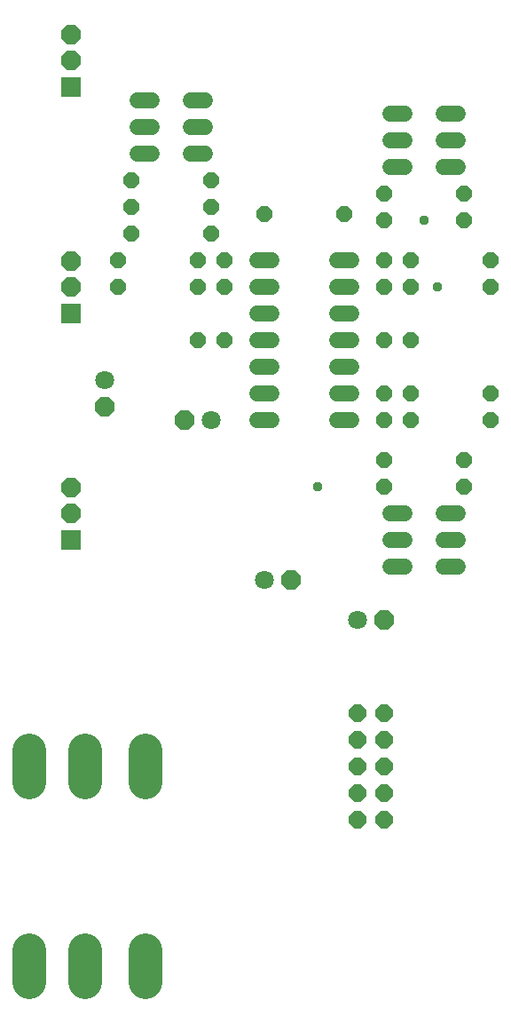
<source format=gbs>
G04 EAGLE Gerber RS-274X export*
G75*
%MOMM*%
%FSLAX34Y34*%
%LPD*%
%INSoldermask Bottom*%
%IPPOS*%
%AMOC8*
5,1,8,0,0,1.08239X$1,22.5*%
G01*
%ADD10P,1.649562X8X292.500000*%
%ADD11P,1.649562X8X112.500000*%
%ADD12P,1.951982X8X292.500000*%
%ADD13C,1.803400*%
%ADD14P,1.951982X8X202.500000*%
%ADD15C,1.524000*%
%ADD16P,1.649562X8X202.500000*%
%ADD17P,1.649562X8X22.500000*%
%ADD18R,1.879600X1.879600*%
%ADD19P,2.034460X8X22.500000*%
%ADD20P,1.951982X8X22.500000*%
%ADD21P,1.759533X8X292.500000*%
%ADD22C,3.251200*%
%ADD23C,0.959600*%


D10*
X355600Y590550D03*
X355600Y565150D03*
D11*
X355600Y692150D03*
X355600Y717550D03*
X203200Y692150D03*
X203200Y717550D03*
D12*
X88900Y577850D03*
D13*
X88900Y603250D03*
D14*
X165100Y565150D03*
D13*
X190500Y565150D03*
D15*
X310896Y565150D02*
X324104Y565150D01*
X324104Y590550D02*
X310896Y590550D01*
X310896Y717550D02*
X324104Y717550D01*
X247904Y717550D02*
X234696Y717550D01*
X310896Y615950D02*
X324104Y615950D01*
X324104Y641350D02*
X310896Y641350D01*
X310896Y692150D02*
X324104Y692150D01*
X324104Y666750D02*
X310896Y666750D01*
X247904Y692150D02*
X234696Y692150D01*
X234696Y666750D02*
X247904Y666750D01*
X247904Y641350D02*
X234696Y641350D01*
X234696Y615950D02*
X247904Y615950D01*
X247904Y590550D02*
X234696Y590550D01*
X234696Y565150D02*
X247904Y565150D01*
D16*
X431800Y501650D03*
X355600Y501650D03*
X190500Y768350D03*
X114300Y768350D03*
X177800Y692150D03*
X101600Y692150D03*
X177800Y717550D03*
X101600Y717550D03*
D17*
X241300Y762000D03*
X317500Y762000D03*
D18*
X57150Y451250D03*
D19*
X57150Y476250D03*
X57150Y501250D03*
D18*
X57150Y883050D03*
D19*
X57150Y908050D03*
X57150Y933050D03*
D18*
X57150Y667150D03*
D19*
X57150Y692150D03*
X57150Y717150D03*
D17*
X114300Y742950D03*
X190500Y742950D03*
X355600Y527050D03*
X431800Y527050D03*
X381000Y590550D03*
X457200Y590550D03*
X381000Y565150D03*
X457200Y565150D03*
D16*
X431800Y781050D03*
X355600Y781050D03*
D17*
X355600Y755650D03*
X431800Y755650D03*
X381000Y692150D03*
X457200Y692150D03*
X381000Y717550D03*
X457200Y717550D03*
X114300Y793750D03*
X190500Y793750D03*
D15*
X361696Y425450D02*
X374904Y425450D01*
X374904Y476250D02*
X361696Y476250D01*
X361696Y450850D02*
X374904Y450850D01*
X412496Y425450D02*
X425704Y425450D01*
X425704Y476250D02*
X412496Y476250D01*
X412496Y450850D02*
X425704Y450850D01*
X374904Y806450D02*
X361696Y806450D01*
X361696Y857250D02*
X374904Y857250D01*
X374904Y831850D02*
X361696Y831850D01*
X412496Y806450D02*
X425704Y806450D01*
X425704Y857250D02*
X412496Y857250D01*
X412496Y831850D02*
X425704Y831850D01*
X184404Y869950D02*
X171196Y869950D01*
X171196Y819150D02*
X184404Y819150D01*
X184404Y844550D02*
X171196Y844550D01*
X133604Y869950D02*
X120396Y869950D01*
X120396Y819150D02*
X133604Y819150D01*
X133604Y844550D02*
X120396Y844550D01*
D20*
X266700Y412750D03*
D13*
X241300Y412750D03*
D20*
X355600Y374650D03*
D13*
X330200Y374650D03*
D21*
X330200Y285750D03*
X355600Y285750D03*
X330200Y260350D03*
X355600Y260350D03*
X330200Y234950D03*
X355600Y234950D03*
X330200Y209550D03*
X355600Y209550D03*
X330200Y184150D03*
X355600Y184150D03*
D22*
X70000Y59690D02*
X70000Y29210D01*
X17000Y29210D02*
X17000Y59690D01*
X128000Y59690D02*
X128000Y29210D01*
X70000Y219710D02*
X70000Y250190D01*
X17000Y250190D02*
X17000Y219710D01*
X128000Y219710D02*
X128000Y250190D01*
D17*
X177800Y641350D03*
X203200Y641350D03*
D16*
X381000Y641350D03*
X355600Y641350D03*
D23*
X292100Y501650D03*
X406400Y692150D03*
X393700Y755650D03*
M02*

</source>
